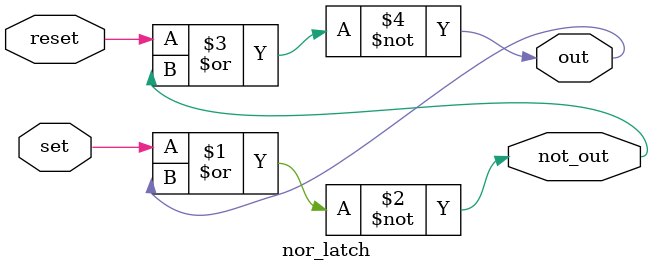
<source format=v>
module nor_latch(input set, reset, output out, not_out);


    assign not_out = ~(set | out);
    assign out = ~(reset | not_out);
    
endmodule


    
</source>
